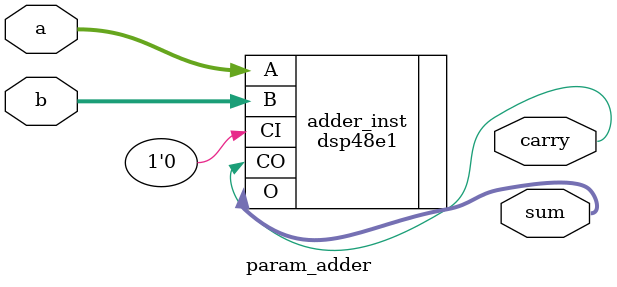
<source format=v>
module param_adder #(parameter WIDTH=8) (
    input [WIDTH-1:0] a, b,
    output [WIDTH-1:0] sum,
    output carry
);
  dsp48e1 #(
    .ACASCADEOUT(0),
    .ALUMODEREG(0),
    .BYPASSREG(0),
    .CARRYIN(0),
    .CIN(0),
    .COMBO(0),
    .INITVAL(0),
    .MODULUS(0),
    .OPERATION(0),
    .OVERFLOW(0),
    .ROUNDING(0),
    .SBOXMODE(0),
    .SIGNED(0),
    .USE_PATTERN(0)
  ) adder_inst (
    .A(a),
    .B(b),
    .CI(1'b0),
    .O(sum),
    .CO(carry)
  );
endmodule
</source>
